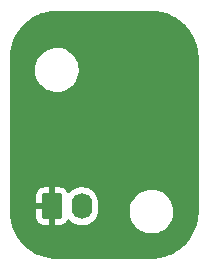
<source format=gbr>
%TF.GenerationSoftware,KiCad,Pcbnew,7.0.1*%
%TF.CreationDate,2023-09-08T00:00:38-05:00*%
%TF.ProjectId,proj1,70726f6a-312e-46b6-9963-61645f706362,1.0*%
%TF.SameCoordinates,Original*%
%TF.FileFunction,Copper,L2,Bot*%
%TF.FilePolarity,Positive*%
%FSLAX46Y46*%
G04 Gerber Fmt 4.6, Leading zero omitted, Abs format (unit mm)*
G04 Created by KiCad (PCBNEW 7.0.1) date 2023-09-08 00:00:38*
%MOMM*%
%LPD*%
G01*
G04 APERTURE LIST*
G04 Aperture macros list*
%AMRoundRect*
0 Rectangle with rounded corners*
0 $1 Rounding radius*
0 $2 $3 $4 $5 $6 $7 $8 $9 X,Y pos of 4 corners*
0 Add a 4 corners polygon primitive as box body*
4,1,4,$2,$3,$4,$5,$6,$7,$8,$9,$2,$3,0*
0 Add four circle primitives for the rounded corners*
1,1,$1+$1,$2,$3*
1,1,$1+$1,$4,$5*
1,1,$1+$1,$6,$7*
1,1,$1+$1,$8,$9*
0 Add four rect primitives between the rounded corners*
20,1,$1+$1,$2,$3,$4,$5,0*
20,1,$1+$1,$4,$5,$6,$7,0*
20,1,$1+$1,$6,$7,$8,$9,0*
20,1,$1+$1,$8,$9,$2,$3,0*%
G04 Aperture macros list end*
%TA.AperFunction,ComponentPad*%
%ADD10RoundRect,0.250000X-0.620000X-0.845000X0.620000X-0.845000X0.620000X0.845000X-0.620000X0.845000X0*%
%TD*%
%TA.AperFunction,ComponentPad*%
%ADD11O,1.740000X2.190000*%
%TD*%
%TA.AperFunction,ViaPad*%
%ADD12C,0.800000*%
%TD*%
G04 APERTURE END LIST*
D10*
%TO.P,J1,1,Pin_1*%
%TO.N,GND*%
X108585000Y-82550000D03*
D11*
%TO.P,J1,2,Pin_2*%
%TO.N,+3V3*%
X111125000Y-82550000D03*
%TD*%
D12*
%TO.N,GND*%
X106500000Y-78500000D03*
%TD*%
%TA.AperFunction,Conductor*%
%TO.N,GND*%
G36*
X117002854Y-66000632D02*
G01*
X117018811Y-66001369D01*
X117173088Y-66008502D01*
X117369795Y-66018166D01*
X117380787Y-66019201D01*
X117562876Y-66044601D01*
X117563781Y-66044732D01*
X117747261Y-66071949D01*
X117757413Y-66073892D01*
X117938614Y-66116510D01*
X117940023Y-66116852D01*
X118117874Y-66161401D01*
X118127091Y-66164096D01*
X118304478Y-66223550D01*
X118306618Y-66224292D01*
X118478220Y-66285692D01*
X118486519Y-66289004D01*
X118657980Y-66364712D01*
X118660909Y-66366051D01*
X118747263Y-66406892D01*
X118825119Y-66443715D01*
X118832411Y-66447465D01*
X118929135Y-66501341D01*
X118996435Y-66538827D01*
X118999810Y-66540777D01*
X119155371Y-66634017D01*
X119161670Y-66638058D01*
X119316699Y-66744256D01*
X119320459Y-66746935D01*
X119466009Y-66854882D01*
X119471305Y-66859040D01*
X119616009Y-66979200D01*
X119619947Y-66982617D01*
X119754206Y-67104303D01*
X119758590Y-67108478D01*
X119891520Y-67241408D01*
X119895698Y-67245795D01*
X120017375Y-67380045D01*
X120020805Y-67383998D01*
X120140951Y-67528684D01*
X120145124Y-67534000D01*
X120253041Y-67679509D01*
X120255742Y-67683299D01*
X120361940Y-67838328D01*
X120365999Y-67844656D01*
X120459200Y-68000153D01*
X120461171Y-68003563D01*
X120552525Y-68167573D01*
X120556291Y-68174896D01*
X120633947Y-68339089D01*
X120635286Y-68342018D01*
X120710994Y-68513479D01*
X120714311Y-68521791D01*
X120775666Y-68693265D01*
X120776487Y-68695634D01*
X120835894Y-68872881D01*
X120838606Y-68882157D01*
X120883104Y-69059803D01*
X120883526Y-69061543D01*
X120926101Y-69242562D01*
X120928053Y-69252758D01*
X120955257Y-69436156D01*
X120955410Y-69437218D01*
X120980794Y-69619184D01*
X120981834Y-69630232D01*
X120991512Y-69827238D01*
X120991529Y-69827595D01*
X120999368Y-69997145D01*
X120999500Y-70002872D01*
X120999500Y-82997128D01*
X120999368Y-83002855D01*
X120991529Y-83172404D01*
X120991512Y-83172761D01*
X120981834Y-83369766D01*
X120980794Y-83380814D01*
X120955410Y-83562780D01*
X120955257Y-83563842D01*
X120928053Y-83747240D01*
X120926101Y-83757436D01*
X120883526Y-83938455D01*
X120883104Y-83940195D01*
X120838606Y-84117841D01*
X120835894Y-84127117D01*
X120776487Y-84304364D01*
X120775666Y-84306733D01*
X120714311Y-84478207D01*
X120710994Y-84486519D01*
X120635286Y-84657980D01*
X120633947Y-84660909D01*
X120556291Y-84825102D01*
X120552525Y-84832425D01*
X120461171Y-84996435D01*
X120459200Y-84999845D01*
X120365999Y-85155342D01*
X120361940Y-85161670D01*
X120255742Y-85316699D01*
X120253041Y-85320489D01*
X120145135Y-85465984D01*
X120140935Y-85471334D01*
X120020851Y-85615947D01*
X120017331Y-85620004D01*
X119895717Y-85754183D01*
X119891520Y-85758590D01*
X119758590Y-85891520D01*
X119754183Y-85895717D01*
X119620004Y-86017331D01*
X119615947Y-86020851D01*
X119471334Y-86140935D01*
X119465984Y-86145135D01*
X119320489Y-86253041D01*
X119316699Y-86255742D01*
X119161670Y-86361940D01*
X119155342Y-86365999D01*
X118999845Y-86459200D01*
X118996435Y-86461171D01*
X118832425Y-86552525D01*
X118825102Y-86556291D01*
X118660909Y-86633947D01*
X118657980Y-86635286D01*
X118486519Y-86710994D01*
X118478207Y-86714311D01*
X118306733Y-86775666D01*
X118304364Y-86776487D01*
X118127117Y-86835894D01*
X118117841Y-86838606D01*
X117940195Y-86883104D01*
X117938455Y-86883526D01*
X117757436Y-86926101D01*
X117747240Y-86928053D01*
X117563842Y-86955257D01*
X117562780Y-86955410D01*
X117380814Y-86980794D01*
X117369766Y-86981834D01*
X117172931Y-86991503D01*
X117172575Y-86991520D01*
X117007393Y-86999158D01*
X117002854Y-86999368D01*
X116997128Y-86999500D01*
X109002872Y-86999500D01*
X108997145Y-86999368D01*
X108992305Y-86999144D01*
X108827423Y-86991520D01*
X108827067Y-86991503D01*
X108630232Y-86981834D01*
X108619184Y-86980794D01*
X108437218Y-86955410D01*
X108436156Y-86955257D01*
X108252758Y-86928053D01*
X108242562Y-86926101D01*
X108061543Y-86883526D01*
X108059803Y-86883104D01*
X107882157Y-86838606D01*
X107872881Y-86835894D01*
X107695634Y-86776487D01*
X107693265Y-86775666D01*
X107521791Y-86714311D01*
X107513479Y-86710994D01*
X107342018Y-86635286D01*
X107339089Y-86633947D01*
X107174896Y-86556291D01*
X107167573Y-86552525D01*
X107003563Y-86461171D01*
X107000153Y-86459200D01*
X106980648Y-86447509D01*
X106844645Y-86365992D01*
X106838328Y-86361940D01*
X106683299Y-86255742D01*
X106679509Y-86253041D01*
X106534000Y-86145124D01*
X106528684Y-86140951D01*
X106383998Y-86020805D01*
X106380045Y-86017375D01*
X106245795Y-85895698D01*
X106241408Y-85891520D01*
X106108478Y-85758590D01*
X106104303Y-85754206D01*
X105982617Y-85619947D01*
X105979200Y-85616009D01*
X105859040Y-85471305D01*
X105854882Y-85466009D01*
X105746935Y-85320459D01*
X105744256Y-85316699D01*
X105638058Y-85161670D01*
X105634017Y-85155371D01*
X105540777Y-84999810D01*
X105538827Y-84996435D01*
X105457541Y-84850500D01*
X105447465Y-84832411D01*
X105443715Y-84825119D01*
X105375086Y-84680013D01*
X105366051Y-84660909D01*
X105364712Y-84657980D01*
X105289004Y-84486519D01*
X105285692Y-84478220D01*
X105224292Y-84306618D01*
X105223550Y-84304478D01*
X105164096Y-84127091D01*
X105161401Y-84117874D01*
X105116852Y-83940023D01*
X105116510Y-83938614D01*
X105073892Y-83757413D01*
X105071949Y-83747261D01*
X105044732Y-83563781D01*
X105044588Y-83562780D01*
X105019201Y-83380787D01*
X105018166Y-83369795D01*
X105008480Y-83172611D01*
X105000632Y-83002854D01*
X105000500Y-82997128D01*
X105000500Y-82800000D01*
X107215001Y-82800000D01*
X107215001Y-83444979D01*
X107225493Y-83547695D01*
X107280642Y-83714122D01*
X107372683Y-83863345D01*
X107496654Y-83987316D01*
X107645877Y-84079357D01*
X107812303Y-84134506D01*
X107915021Y-84145000D01*
X108335000Y-84145000D01*
X108335000Y-84144999D01*
X108835000Y-84144999D01*
X109254979Y-84144999D01*
X109357695Y-84134506D01*
X109524122Y-84079357D01*
X109673345Y-83987316D01*
X109797316Y-83863345D01*
X109893828Y-83706874D01*
X109933297Y-83667038D01*
X109986279Y-83648663D01*
X110041938Y-83655507D01*
X110088890Y-83686170D01*
X110210967Y-83813543D01*
X110399629Y-83953077D01*
X110609159Y-84058720D01*
X110833529Y-84127432D01*
X111066283Y-84157237D01*
X111300727Y-84147278D01*
X111530116Y-84097841D01*
X111747850Y-84010349D01*
X111947665Y-83887317D01*
X112123815Y-83732286D01*
X112129157Y-83725670D01*
X112271228Y-83549719D01*
X112316150Y-83469305D01*
X112385670Y-83344859D01*
X112463843Y-83123608D01*
X112473419Y-83067765D01*
X112473419Y-83067764D01*
X115145787Y-83067764D01*
X115175413Y-83337016D01*
X115209998Y-83469304D01*
X115243928Y-83599088D01*
X115306886Y-83747240D01*
X115349871Y-83848392D01*
X115490982Y-84079611D01*
X115580253Y-84186881D01*
X115664255Y-84287820D01*
X115865998Y-84468582D01*
X116091910Y-84618044D01*
X116177101Y-84657980D01*
X116337177Y-84733021D01*
X116596562Y-84811058D01*
X116596569Y-84811060D01*
X116864561Y-84850500D01*
X117067631Y-84850500D01*
X117067634Y-84850500D01*
X117270156Y-84835677D01*
X117317552Y-84825119D01*
X117534553Y-84776780D01*
X117787558Y-84680014D01*
X118023777Y-84547441D01*
X118238177Y-84381888D01*
X118426186Y-84186881D01*
X118583799Y-83966579D01*
X118707656Y-83725675D01*
X118795118Y-83469305D01*
X118844319Y-83202933D01*
X118854212Y-82932235D01*
X118824586Y-82662982D01*
X118756072Y-82400912D01*
X118650130Y-82151610D01*
X118509018Y-81920390D01*
X118509017Y-81920388D01*
X118335746Y-81712181D01*
X118271951Y-81655021D01*
X118134002Y-81531418D01*
X117908090Y-81381956D01*
X117908086Y-81381954D01*
X117662822Y-81266978D01*
X117403437Y-81188941D01*
X117403431Y-81188940D01*
X117135439Y-81149500D01*
X116932369Y-81149500D01*
X116932366Y-81149500D01*
X116729843Y-81164322D01*
X116465449Y-81223219D01*
X116212441Y-81319986D01*
X115976223Y-81452559D01*
X115761825Y-81618109D01*
X115573813Y-81813120D01*
X115416201Y-82033420D01*
X115304612Y-82250461D01*
X115296399Y-82266439D01*
X115292342Y-82274329D01*
X115204881Y-82530695D01*
X115155680Y-82797066D01*
X115145787Y-83067764D01*
X112473419Y-83067764D01*
X112503500Y-82892330D01*
X112503500Y-82266439D01*
X112488584Y-82091191D01*
X112429456Y-81864104D01*
X112332801Y-81650282D01*
X112201400Y-81455868D01*
X112039032Y-81286456D01*
X111850371Y-81146923D01*
X111640841Y-81041280D01*
X111573450Y-81020642D01*
X111416471Y-80972568D01*
X111183717Y-80942763D01*
X111183713Y-80942763D01*
X110949275Y-80952721D01*
X110719881Y-81002159D01*
X110502148Y-81089651D01*
X110302337Y-81212680D01*
X110126182Y-81367715D01*
X110095620Y-81405567D01*
X110049040Y-81441186D01*
X109991301Y-81451420D01*
X109935316Y-81433979D01*
X109893605Y-81392764D01*
X109797316Y-81236654D01*
X109673345Y-81112683D01*
X109524122Y-81020642D01*
X109357696Y-80965493D01*
X109254979Y-80955000D01*
X108835000Y-80955000D01*
X108835000Y-84144999D01*
X108335000Y-84144999D01*
X108335000Y-82800000D01*
X107215001Y-82800000D01*
X105000500Y-82800000D01*
X105000500Y-82300000D01*
X107215000Y-82300000D01*
X108335000Y-82300000D01*
X108335000Y-80955001D01*
X107915021Y-80955001D01*
X107812304Y-80965493D01*
X107645877Y-81020642D01*
X107496654Y-81112683D01*
X107372683Y-81236654D01*
X107280642Y-81385877D01*
X107225493Y-81552303D01*
X107215000Y-81655021D01*
X107215000Y-82300000D01*
X105000500Y-82300000D01*
X105000500Y-71067764D01*
X107145787Y-71067764D01*
X107175413Y-71337016D01*
X107243928Y-71599087D01*
X107349871Y-71848392D01*
X107490982Y-72079611D01*
X107580253Y-72186881D01*
X107664255Y-72287820D01*
X107865998Y-72468582D01*
X108091910Y-72618044D01*
X108198211Y-72667875D01*
X108337177Y-72733021D01*
X108596562Y-72811058D01*
X108596569Y-72811060D01*
X108864561Y-72850500D01*
X109067631Y-72850500D01*
X109067634Y-72850500D01*
X109270156Y-72835677D01*
X109270155Y-72835677D01*
X109534553Y-72776780D01*
X109787558Y-72680014D01*
X110023777Y-72547441D01*
X110238177Y-72381888D01*
X110426186Y-72186881D01*
X110583799Y-71966579D01*
X110707656Y-71725675D01*
X110795118Y-71469305D01*
X110844319Y-71202933D01*
X110854212Y-70932235D01*
X110824586Y-70662982D01*
X110756072Y-70400912D01*
X110650130Y-70151610D01*
X110557909Y-70000500D01*
X110509017Y-69920388D01*
X110335746Y-69712181D01*
X110244249Y-69630200D01*
X110134002Y-69531418D01*
X109908090Y-69381956D01*
X109908086Y-69381954D01*
X109662822Y-69266978D01*
X109403437Y-69188941D01*
X109403431Y-69188940D01*
X109135439Y-69149500D01*
X108932369Y-69149500D01*
X108932366Y-69149500D01*
X108729843Y-69164322D01*
X108465449Y-69223219D01*
X108212441Y-69319986D01*
X107976223Y-69452559D01*
X107761825Y-69618109D01*
X107573813Y-69813120D01*
X107416201Y-70033420D01*
X107292342Y-70274329D01*
X107204881Y-70530695D01*
X107155680Y-70797066D01*
X107145787Y-71067764D01*
X105000500Y-71067764D01*
X105000500Y-70002872D01*
X105000632Y-69997146D01*
X105001221Y-69984396D01*
X105008490Y-69827168D01*
X105018166Y-69630200D01*
X105019200Y-69619217D01*
X105044611Y-69437054D01*
X105044722Y-69436286D01*
X105071950Y-69252729D01*
X105073890Y-69242595D01*
X105116526Y-69061318D01*
X105116837Y-69060037D01*
X105161405Y-68882111D01*
X105164091Y-68872922D01*
X105223572Y-68695457D01*
X105224270Y-68693442D01*
X105285699Y-68521759D01*
X105288996Y-68513497D01*
X105364713Y-68342015D01*
X105366051Y-68339089D01*
X105443727Y-68174855D01*
X105447452Y-68167612D01*
X105538864Y-68003497D01*
X105540745Y-68000243D01*
X105634036Y-67844598D01*
X105638034Y-67838363D01*
X105744270Y-67683278D01*
X105746899Y-67679590D01*
X105854909Y-67533954D01*
X105859011Y-67528728D01*
X105979239Y-67383944D01*
X105982577Y-67380097D01*
X106104340Y-67245752D01*
X106108437Y-67241450D01*
X106241450Y-67108437D01*
X106245752Y-67104340D01*
X106380097Y-66982577D01*
X106383944Y-66979239D01*
X106528728Y-66859011D01*
X106533954Y-66854909D01*
X106679590Y-66746899D01*
X106683278Y-66744270D01*
X106838363Y-66638034D01*
X106844598Y-66634036D01*
X107000243Y-66540745D01*
X107003497Y-66538864D01*
X107167612Y-66447452D01*
X107174855Y-66443727D01*
X107339098Y-66366046D01*
X107342018Y-66364712D01*
X107406007Y-66336458D01*
X107513497Y-66288996D01*
X107521759Y-66285699D01*
X107693442Y-66224270D01*
X107695457Y-66223572D01*
X107872922Y-66164091D01*
X107882111Y-66161405D01*
X108060037Y-66116837D01*
X108061318Y-66116526D01*
X108242595Y-66073890D01*
X108252729Y-66071950D01*
X108436286Y-66044722D01*
X108437054Y-66044611D01*
X108619217Y-66019200D01*
X108630200Y-66018166D01*
X108826898Y-66008502D01*
X108991674Y-66000884D01*
X108997146Y-66000632D01*
X109002872Y-66000500D01*
X116997128Y-66000500D01*
X117002854Y-66000632D01*
G37*
%TD.AperFunction*%
%TD*%
M02*

</source>
